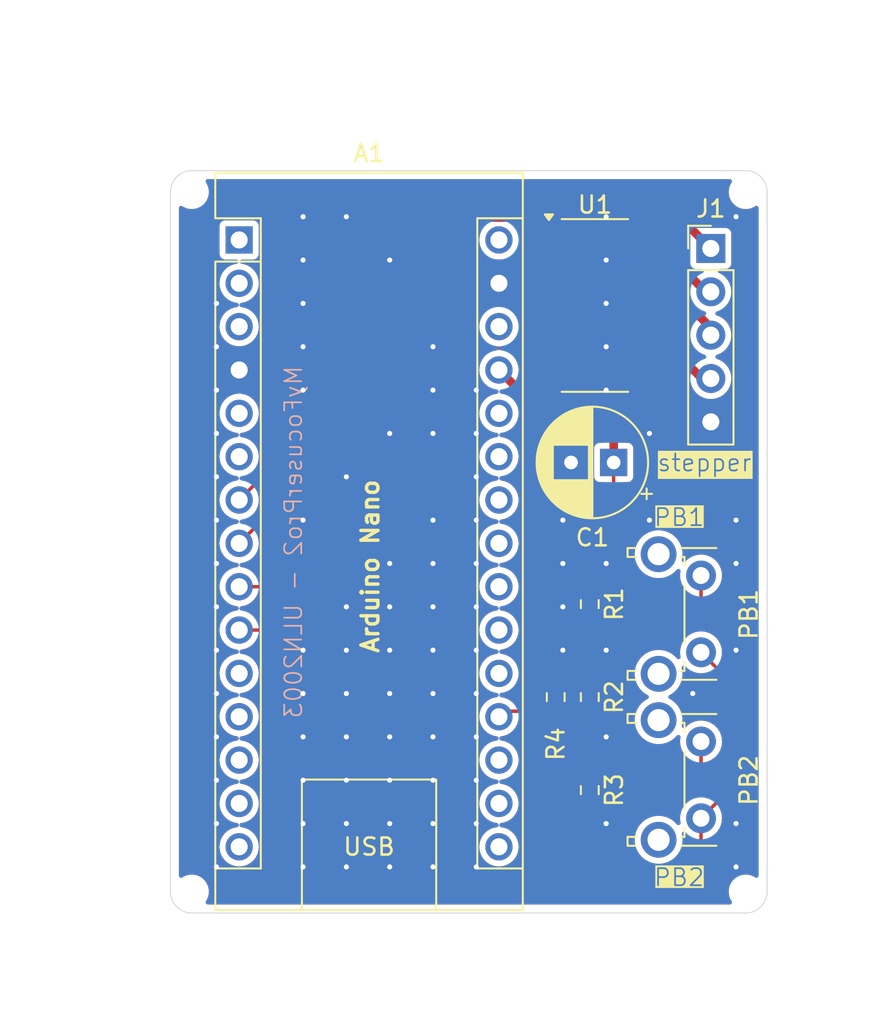
<source format=kicad_pcb>
(kicad_pcb (version 20240108) (generator "pcbnew") (generator_version "8.0")
  (layers (0 "F.Cu" signal) (31 "B.Cu" signal) (34 "B.Paste" user) (35 "F.Paste" user) (36 "B.SilkS" user "B.Silkscreen") (37 "F.SilkS" user "F.Silkscreen") (38 "B.Mask" user) (39 "F.Mask" user) (44 "Edge.Cuts" user))
  (net 0 "")
  (net 6 "+5V")
  (net 7 "Net-(A1-D6)")
  (net 8 "Net-(A1-D5)")
  (net 9 "Net-(A1-A0)")
  (net 13 "Net-(A1-D4)")
  (net 18 "GND")
  (net 29 "Net-(A1-D7)")
  (net 30 "Net-(J1-Pin_1)")
  (net 31 "Net-(J1-Pin_3)")
  (net 32 "Net-(J1-Pin_4)")
  (net 33 "Net-(J1-Pin_2)")
  (net 34 "Net-(PB1-Pad1)")
  (net 35 "Net-(PB2-Pad1)")
  (footprint "Resistor_SMD:R_0603_1608Metric" (layer "F.Cu") (at 134.6 85.4 -90)
    (property "Reference" "R1" (at 0 -1.43 90) (layer "F.SilkS"))
    (property "Value" "1.2K")
    (pad "1" smd roundrect (at -0.825 0 270) (size 0.8 0.95) (layers "F.Cu" "F.Paste" "F.Mask") (net 6 "+5V"))
    (pad "2" smd roundrect (at 0.825 0 270) (size 0.8 0.95) (layers "F.Cu" "F.Paste" "F.Mask") (net 34 "Net-(PB1-Pad1)"))
  )
  (footprint "JLCPCB:MountingHole_1.5mm" (layer "F.Cu") (at 145 103.5)
    (property "Reference" "H4" (hide yes))
    (property "Value" "MountingHole_Pad")
    (pad "" np_thru_hole circle (at -1.25 -1.25) (size 1.5 1.5) (drill 1.5) (layers "*.Cu" "*.Mask" "In1.Cu" "In2.Cu" "In3.Cu" "In4.Cu" "In5.Cu" "In6.Cu" "In7.Cu" "In8.Cu" "In9.Cu" "In10.Cu" "In11.Cu" "In12.Cu" "In13.Cu" "In14.Cu" "In15.Cu" "In16.Cu" "In17.Cu" "In18.Cu" "In19.Cu" "In20.Cu" "In21.Cu" "In22.Cu" "In23.Cu" "In24.Cu" "In25.Cu" "In26.Cu" "In27.Cu" "In28.Cu" "In29.Cu" "In30.Cu"))
  )
  (footprint "Connector_PinHeader_2.54mm:PinHeader_1x05_P2.54mm_Vertical" (layer "F.Cu") (at 141.7 64.56)
    (property "Reference" "J1" (at 0 -2.33 0) (layer "F.SilkS"))
    (property "Value" "Conn_01x05")
    (pad "1" thru_hole rect (at 0 0) (size 1.7 1.7) (drill 1) (layers "*.Cu" "*.Mask" "In1.Cu" "In2.Cu" "In3.Cu" "In4.Cu" "In5.Cu" "In6.Cu" "In7.Cu" "In8.Cu" "In9.Cu" "In10.Cu" "In11.Cu" "In12.Cu" "In13.Cu" "In14.Cu" "In15.Cu" "In16.Cu" "In17.Cu" "In18.Cu" "In19.Cu" "In20.Cu" "In21.Cu" "In22.Cu" "In23.Cu" "In24.Cu" "In25.Cu" "In26.Cu" "In27.Cu" "In28.Cu" "In29.Cu" "In30.Cu") (net 30 "Net-(J1-Pin_1)"))
    (pad "2" thru_hole oval (at 0 2.54) (size 1.7 1.7) (drill 1) (layers "*.Cu" "*.Mask" "In1.Cu" "In2.Cu" "In3.Cu" "In4.Cu" "In5.Cu" "In6.Cu" "In7.Cu" "In8.Cu" "In9.Cu" "In10.Cu" "In11.Cu" "In12.Cu" "In13.Cu" "In14.Cu" "In15.Cu" "In16.Cu" "In17.Cu" "In18.Cu" "In19.Cu" "In20.Cu" "In21.Cu" "In22.Cu" "In23.Cu" "In24.Cu" "In25.Cu" "In26.Cu" "In27.Cu" "In28.Cu" "In29.Cu" "In30.Cu") (net 33 "Net-(J1-Pin_2)"))
    (pad "3" thru_hole oval (at 0 5.08) (size 1.7 1.7) (drill 1) (layers "*.Cu" "*.Mask" "In1.Cu" "In2.Cu" "In3.Cu" "In4.Cu" "In5.Cu" "In6.Cu" "In7.Cu" "In8.Cu" "In9.Cu" "In10.Cu" "In11.Cu" "In12.Cu" "In13.Cu" "In14.Cu" "In15.Cu" "In16.Cu" "In17.Cu" "In18.Cu" "In19.Cu" "In20.Cu" "In21.Cu" "In22.Cu" "In23.Cu" "In24.Cu" "In25.Cu" "In26.Cu" "In27.Cu" "In28.Cu" "In29.Cu" "In30.Cu") (net 31 "Net-(J1-Pin_3)"))
    (pad "4" thru_hole oval (at 0 7.62) (size 1.7 1.7) (drill 1) (layers "*.Cu" "*.Mask" "In1.Cu" "In2.Cu" "In3.Cu" "In4.Cu" "In5.Cu" "In6.Cu" "In7.Cu" "In8.Cu" "In9.Cu" "In10.Cu" "In11.Cu" "In12.Cu" "In13.Cu" "In14.Cu" "In15.Cu" "In16.Cu" "In17.Cu" "In18.Cu" "In19.Cu" "In20.Cu" "In21.Cu" "In22.Cu" "In23.Cu" "In24.Cu" "In25.Cu" "In26.Cu" "In27.Cu" "In28.Cu" "In29.Cu" "In30.Cu") (net 32 "Net-(J1-Pin_4)"))
    (pad "5" thru_hole oval (at 0 10.16) (size 1.7 1.7) (drill 1) (layers "*.Cu" "*.Mask" "In1.Cu" "In2.Cu" "In3.Cu" "In4.Cu" "In5.Cu" "In6.Cu" "In7.Cu" "In8.Cu" "In9.Cu" "In10.Cu" "In11.Cu" "In12.Cu" "In13.Cu" "In14.Cu" "In15.Cu" "In16.Cu" "In17.Cu" "In18.Cu" "In19.Cu" "In20.Cu" "In21.Cu" "In22.Cu" "In23.Cu" "In24.Cu" "In25.Cu" "In26.Cu" "In27.Cu" "In28.Cu" "In29.Cu" "In30.Cu") (net 18 "GND"))
  )
  (footprint "JLCPCB:MountingHole_1.5mm" (layer "F.Cu") (at 143.75 61.25)
    (property "Reference" "H2" (hide yes))
    (property "Value" "MountingHole_Pad")
    (pad "" np_thru_hole circle (at 0 0) (size 1.5 1.5) (drill 1.5) (layers "*.Cu" "*.Mask" "In1.Cu" "In2.Cu" "In3.Cu" "In4.Cu" "In5.Cu" "In6.Cu" "In7.Cu" "In8.Cu" "In9.Cu" "In10.Cu" "In11.Cu" "In12.Cu" "In13.Cu" "In14.Cu" "In15.Cu" "In16.Cu" "In17.Cu" "In18.Cu" "In19.Cu" "In20.Cu" "In21.Cu" "In22.Cu" "In23.Cu" "In24.Cu" "In25.Cu" "In26.Cu" "In27.Cu" "In28.Cu" "In29.Cu" "In30.Cu"))
  )
  (footprint "Button_Switch_THT:SW_Tactile_SPST_Angled_PTS645Vx39-2LFS" (layer "F.Cu") (at 141.125 93.45 -90)
    (property "Reference" "PB2" (at 2.275 -2.8 90) (layer "F.SilkS"))
    (property "Value" "SW_Push")
    (pad "" thru_hole circle (at -1.25 2.489999 270) (size 2.1 2.1) (drill 1.3) (layers "*.Cu" "*.Mask" "In1.Cu" "In2.Cu" "In3.Cu" "In4.Cu" "In5.Cu" "In6.Cu" "In7.Cu" "In8.Cu" "In9.Cu" "In10.Cu" "In11.Cu" "In12.Cu" "In13.Cu" "In14.Cu" "In15.Cu" "In16.Cu" "In17.Cu" "In18.Cu" "In19.Cu" "In20.Cu" "In21.Cu" "In22.Cu" "In23.Cu" "In24.Cu" "In25.Cu" "In26.Cu" "In27.Cu" "In28.Cu" "In29.Cu" "In30.Cu"))
    (pad "" thru_hole circle (at 5.76 2.49 270) (size 2.1 2.1) (drill 1.3) (layers "*.Cu" "*.Mask" "In1.Cu" "In2.Cu" "In3.Cu" "In4.Cu" "In5.Cu" "In6.Cu" "In7.Cu" "In8.Cu" "In9.Cu" "In10.Cu" "In11.Cu" "In12.Cu" "In13.Cu" "In14.Cu" "In15.Cu" "In16.Cu" "In17.Cu" "In18.Cu" "In19.Cu" "In20.Cu" "In21.Cu" "In22.Cu" "In23.Cu" "In24.Cu" "In25.Cu" "In26.Cu" "In27.Cu" "In28.Cu" "In29.Cu" "In30.Cu"))
    (pad "1" thru_hole circle (at 0 0 270) (size 1.75 1.75) (drill 0.99) (layers "*.Cu" "*.Mask" "In1.Cu" "In2.Cu" "In3.Cu" "In4.Cu" "In5.Cu" "In6.Cu" "In7.Cu" "In8.Cu" "In9.Cu" "In10.Cu" "In11.Cu" "In12.Cu" "In13.Cu" "In14.Cu" "In15.Cu" "In16.Cu" "In17.Cu" "In18.Cu" "In19.Cu" "In20.Cu" "In21.Cu" "In22.Cu" "In23.Cu" "In24.Cu" "In25.Cu" "In26.Cu" "In27.Cu" "In28.Cu" "In29.Cu" "In30.Cu") (net 35 "Net-(PB2-Pad1)"))
    (pad "2" thru_hole circle (at 4.500001 0 270) (size 1.75 1.75) (drill 0.99) (layers "*.Cu" "*.Mask" "In1.Cu" "In2.Cu" "In3.Cu" "In4.Cu" "In5.Cu" "In6.Cu" "In7.Cu" "In8.Cu" "In9.Cu" "In10.Cu" "In11.Cu" "In12.Cu" "In13.Cu" "In14.Cu" "In15.Cu" "In16.Cu" "In17.Cu" "In18.Cu" "In19.Cu" "In20.Cu" "In21.Cu" "In22.Cu" "In23.Cu" "In24.Cu" "In25.Cu" "In26.Cu" "In27.Cu" "In28.Cu" "In29.Cu" "In30.Cu") (net 9 "Net-(A1-A0)"))
  )
  (footprint "Module:Arduino_Nano" (layer "F.Cu") (at 114.03 64.06)
    (property "Reference" "A1" (at 7.62 -5.08 0) (layer "F.SilkS"))
    (property "Value" "Arduino_Nano")
    (fp_text user "USB" (at 7.62 35.56 0) (layer "F.SilkS"))
    (pad "1" thru_hole rect (at 0 0) (size 1.6 1.6) (drill 1) (layers "*.Cu" "*.Mask" "In1.Cu" "In2.Cu" "In3.Cu" "In4.Cu" "In5.Cu" "In6.Cu" "In7.Cu" "In8.Cu" "In9.Cu" "In10.Cu" "In11.Cu" "In12.Cu" "In13.Cu" "In14.Cu" "In15.Cu" "In16.Cu" "In17.Cu" "In18.Cu" "In19.Cu" "In20.Cu" "In21.Cu" "In22.Cu" "In23.Cu" "In24.Cu" "In25.Cu" "In26.Cu" "In27.Cu" "In28.Cu" "In29.Cu" "In30.Cu"))
    (pad "2" thru_hole oval (at 0 2.54) (size 1.6 1.6) (drill 1) (layers "*.Cu" "*.Mask" "In1.Cu" "In2.Cu" "In3.Cu" "In4.Cu" "In5.Cu" "In6.Cu" "In7.Cu" "In8.Cu" "In9.Cu" "In10.Cu" "In11.Cu" "In12.Cu" "In13.Cu" "In14.Cu" "In15.Cu" "In16.Cu" "In17.Cu" "In18.Cu" "In19.Cu" "In20.Cu" "In21.Cu" "In22.Cu" "In23.Cu" "In24.Cu" "In25.Cu" "In26.Cu" "In27.Cu" "In28.Cu" "In29.Cu" "In30.Cu"))
    (pad "3" thru_hole oval (at 0 5.08) (size 1.6 1.6) (drill 1) (layers "*.Cu" "*.Mask" "In1.Cu" "In2.Cu" "In3.Cu" "In4.Cu" "In5.Cu" "In6.Cu" "In7.Cu" "In8.Cu" "In9.Cu" "In10.Cu" "In11.Cu" "In12.Cu" "In13.Cu" "In14.Cu" "In15.Cu" "In16.Cu" "In17.Cu" "In18.Cu" "In19.Cu" "In20.Cu" "In21.Cu" "In22.Cu" "In23.Cu" "In24.Cu" "In25.Cu" "In26.Cu" "In27.Cu" "In28.Cu" "In29.Cu" "In30.Cu"))
    (pad "4" thru_hole oval (at 0 7.62) (size 1.6 1.6) (drill 1) (layers "*.Cu" "*.Mask" "In1.Cu" "In2.Cu" "In3.Cu" "In4.Cu" "In5.Cu" "In6.Cu" "In7.Cu" "In8.Cu" "In9.Cu" "In10.Cu" "In11.Cu" "In12.Cu" "In13.Cu" "In14.Cu" "In15.Cu" "In16.Cu" "In17.Cu" "In18.Cu" "In19.Cu" "In20.Cu" "In21.Cu" "In22.Cu" "In23.Cu" "In24.Cu" "In25.Cu" "In26.Cu" "In27.Cu" "In28.Cu" "In29.Cu" "In30.Cu") (net 18 "GND"))
    (pad "5" thru_hole oval (at 0 10.16) (size 1.6 1.6) (drill 1) (layers "*.Cu" "*.Mask" "In1.Cu" "In2.Cu" "In3.Cu" "In4.Cu" "In5.Cu" "In6.Cu" "In7.Cu" "In8.Cu" "In9.Cu" "In10.Cu" "In11.Cu" "In12.Cu" "In13.Cu" "In14.Cu" "In15.Cu" "In16.Cu" "In17.Cu" "In18.Cu" "In19.Cu" "In20.Cu" "In21.Cu" "In22.Cu" "In23.Cu" "In24.Cu" "In25.Cu" "In26.Cu" "In27.Cu" "In28.Cu" "In29.Cu" "In30.Cu"))
    (pad "6" thru_hole oval (at 0 12.7) (size 1.6 1.6) (drill 1) (layers "*.Cu" "*.Mask" "In1.Cu" "In2.Cu" "In3.Cu" "In4.Cu" "In5.Cu" "In6.Cu" "In7.Cu" "In8.Cu" "In9.Cu" "In10.Cu" "In11.Cu" "In12.Cu" "In13.Cu" "In14.Cu" "In15.Cu" "In16.Cu" "In17.Cu" "In18.Cu" "In19.Cu" "In20.Cu" "In21.Cu" "In22.Cu" "In23.Cu" "In24.Cu" "In25.Cu" "In26.Cu" "In27.Cu" "In28.Cu" "In29.Cu" "In30.Cu"))
    (pad "7" thru_hole oval (at 0 15.24) (size 1.6 1.6) (drill 1) (layers "*.Cu" "*.Mask" "In1.Cu" "In2.Cu" "In3.Cu" "In4.Cu" "In5.Cu" "In6.Cu" "In7.Cu" "In8.Cu" "In9.Cu" "In10.Cu" "In11.Cu" "In12.Cu" "In13.Cu" "In14.Cu" "In15.Cu" "In16.Cu" "In17.Cu" "In18.Cu" "In19.Cu" "In20.Cu" "In21.Cu" "In22.Cu" "In23.Cu" "In24.Cu" "In25.Cu" "In26.Cu" "In27.Cu" "In28.Cu" "In29.Cu" "In30.Cu") (net 13 "Net-(A1-D4)"))
    (pad "8" thru_hole oval (at 0 17.78) (size 1.6 1.6) (drill 1) (layers "*.Cu" "*.Mask" "In1.Cu" "In2.Cu" "In3.Cu" "In4.Cu" "In5.Cu" "In6.Cu" "In7.Cu" "In8.Cu" "In9.Cu" "In10.Cu" "In11.Cu" "In12.Cu" "In13.Cu" "In14.Cu" "In15.Cu" "In16.Cu" "In17.Cu" "In18.Cu" "In19.Cu" "In20.Cu" "In21.Cu" "In22.Cu" "In23.Cu" "In24.Cu" "In25.Cu" "In26.Cu" "In27.Cu" "In28.Cu" "In29.Cu" "In30.Cu") (net 8 "Net-(A1-D5)"))
    (pad "9" thru_hole oval (at 0 20.32) (size 1.6 1.6) (drill 1) (layers "*.Cu" "*.Mask" "In1.Cu" "In2.Cu" "In3.Cu" "In4.Cu" "In5.Cu" "In6.Cu" "In7.Cu" "In8.Cu" "In9.Cu" "In10.Cu" "In11.Cu" "In12.Cu" "In13.Cu" "In14.Cu" "In15.Cu" "In16.Cu" "In17.Cu" "In18.Cu" "In19.Cu" "In20.Cu" "In21.Cu" "In22.Cu" "In23.Cu" "In24.Cu" "In25.Cu" "In26.Cu" "In27.Cu" "In28.Cu" "In29.Cu" "In30.Cu") (net 7 "Net-(A1-D6)"))
    (pad "10" thru_hole oval (at 0 22.86) (size 1.6 1.6) (drill 1) (layers "*.Cu" "*.Mask" "In1.Cu" "In2.Cu" "In3.Cu" "In4.Cu" "In5.Cu" "In6.Cu" "In7.Cu" "In8.Cu" "In9.Cu" "In10.Cu" "In11.Cu" "In12.Cu" "In13.Cu" "In14.Cu" "In15.Cu" "In16.Cu" "In17.Cu" "In18.Cu" "In19.Cu" "In20.Cu" "In21.Cu" "In22.Cu" "In23.Cu" "In24.Cu" "In25.Cu" "In26.Cu" "In27.Cu" "In28.Cu" "In29.Cu" "In30.Cu") (net 29 "Net-(A1-D7)"))
    (pad "11" thru_hole oval (at 0 25.4) (size 1.6 1.6) (drill 1) (layers "*.Cu" "*.Mask" "In1.Cu" "In2.Cu" "In3.Cu" "In4.Cu" "In5.Cu" "In6.Cu" "In7.Cu" "In8.Cu" "In9.Cu" "In10.Cu" "In11.Cu" "In12.Cu" "In13.Cu" "In14.Cu" "In15.Cu" "In16.Cu" "In17.Cu" "In18.Cu" "In19.Cu" "In20.Cu" "In21.Cu" "In22.Cu" "In23.Cu" "In24.Cu" "In25.Cu" "In26.Cu" "In27.Cu" "In28.Cu" "In29.Cu" "In30.Cu"))
    (pad "12" thru_hole oval (at 0 27.94) (size 1.6 1.6) (drill 1) (layers "*.Cu" "*.Mask" "In1.Cu" "In2.Cu" "In3.Cu" "In4.Cu" "In5.Cu" "In6.Cu" "In7.Cu" "In8.Cu" "In9.Cu" "In10.Cu" "In11.Cu" "In12.Cu" "In13.Cu" "In14.Cu" "In15.Cu" "In16.Cu" "In17.Cu" "In18.Cu" "In19.Cu" "In20.Cu" "In21.Cu" "In22.Cu" "In23.Cu" "In24.Cu" "In25.Cu" "In26.Cu" "In27.Cu" "In28.Cu" "In29.Cu" "In30.Cu"))
    (pad "13" thru_hole oval (at 0 30.48) (size 1.6 1.6) (drill 1) (layers "*.Cu" "*.Mask" "In1.Cu" "In2.Cu" "In3.Cu" "In4.Cu" "In5.Cu" "In6.Cu" "In7.Cu" "In8.Cu" "In9.Cu" "In10.Cu" "In11.Cu" "In12.Cu" "In13.Cu" "In14.Cu" "In15.Cu" "In16.Cu" "In17.Cu" "In18.Cu" "In19.Cu" "In20.Cu" "In21.Cu" "In22.Cu" "In23.Cu" "In24.Cu" "In25.Cu" "In26.Cu" "In27.Cu" "In28.Cu" "In29.Cu" "In30.Cu"))
    (pad "14" thru_hole oval (at 0 33.02) (size 1.6 1.6) (drill 1) (layers "*.Cu" "*.Mask" "In1.Cu" "In2.Cu" "In3.Cu" "In4.Cu" "In5.Cu" "In6.Cu" "In7.Cu" "In8.Cu" "In9.Cu" "In10.Cu" "In11.Cu" "In12.Cu" "In13.Cu" "In14.Cu" "In15.Cu" "In16.Cu" "In17.Cu" "In18.Cu" "In19.Cu" "In20.Cu" "In21.Cu" "In22.Cu" "In23.Cu" "In24.Cu" "In25.Cu" "In26.Cu" "In27.Cu" "In28.Cu" "In29.Cu" "In30.Cu"))
    (pad "15" thru_hole oval (at 0 35.56) (size 1.6 1.6) (drill 1) (layers "*.Cu" "*.Mask" "In1.Cu" "In2.Cu" "In3.Cu" "In4.Cu" "In5.Cu" "In6.Cu" "In7.Cu" "In8.Cu" "In9.Cu" "In10.Cu" "In11.Cu" "In12.Cu" "In13.Cu" "In14.Cu" "In15.Cu" "In16.Cu" "In17.Cu" "In18.Cu" "In19.Cu" "In20.Cu" "In21.Cu" "In22.Cu" "In23.Cu" "In24.Cu" "In25.Cu" "In26.Cu" "In27.Cu" "In28.Cu" "In29.Cu" "In30.Cu"))
    (pad "16" thru_hole oval (at 15.24 35.56) (size 1.6 1.6) (drill 1) (layers "*.Cu" "*.Mask" "In1.Cu" "In2.Cu" "In3.Cu" "In4.Cu" "In5.Cu" "In6.Cu" "In7.Cu" "In8.Cu" "In9.Cu" "In10.Cu" "In11.Cu" "In12.Cu" "In13.Cu" "In14.Cu" "In15.Cu" "In16.Cu" "In17.Cu" "In18.Cu" "In19.Cu" "In20.Cu" "In21.Cu" "In22.Cu" "In23.Cu" "In24.Cu" "In25.Cu" "In26.Cu" "In27.Cu" "In28.Cu" "In29.Cu" "In30.Cu"))
    (pad "17" thru_hole oval (at 15.24 33.02) (size 1.6 1.6) (drill 1) (layers "*.Cu" "*.Mask" "In1.Cu" "In2.Cu" "In3.Cu" "In4.Cu" "In5.Cu" "In6.Cu" "In7.Cu" "In8.Cu" "In9.Cu" "In10.Cu" "In11.Cu" "In12.Cu" "In13.Cu" "In14.Cu" "In15.Cu" "In16.Cu" "In17.Cu" "In18.Cu" "In19.Cu" "In20.Cu" "In21.Cu" "In22.Cu" "In23.Cu" "In24.Cu" "In25.Cu" "In26.Cu" "In27.Cu" "In28.Cu" "In29.Cu" "In30.Cu"))
    (pad "18" thru_hole oval (at 15.24 30.48) (size 1.6 1.6) (drill 1) (layers "*.Cu" "*.Mask" "In1.Cu" "In2.Cu" "In3.Cu" "In4.Cu" "In5.Cu" "In6.Cu" "In7.Cu" "In8.Cu" "In9.Cu" "In10.Cu" "In11.Cu" "In12.Cu" "In13.Cu" "In14.Cu" "In15.Cu" "In16.Cu" "In17.Cu" "In18.Cu" "In19.Cu" "In20.Cu" "In21.Cu" "In22.Cu" "In23.Cu" "In24.Cu" "In25.Cu" "In26.Cu" "In27.Cu" "In28.Cu" "In29.Cu" "In30.Cu"))
    (pad "19" thru_hole oval (at 15.24 27.94) (size 1.6 1.6) (drill 1) (layers "*.Cu" "*.Mask" "In1.Cu" "In2.Cu" "In3.Cu" "In4.Cu" "In5.Cu" "In6.Cu" "In7.Cu" "In8.Cu" "In9.Cu" "In10.Cu" "In11.Cu" "In12.Cu" "In13.Cu" "In14.Cu" "In15.Cu" "In16.Cu" "In17.Cu" "In18.Cu" "In19.Cu" "In20.Cu" "In21.Cu" "In22.Cu" "In23.Cu" "In24.Cu" "In25.Cu" "In26.Cu" "In27.Cu" "In28.Cu" "In29.Cu" "In30.Cu") (net 9 "Net-(A1-A0)"))
    (pad "20" thru_hole oval (at 15.24 25.4) (size 1.6 1.6) (drill 1) (layers "*.Cu" "*.Mask" "In1.Cu" "In2.Cu" "In3.Cu" "In4.Cu" "In5.Cu" "In6.Cu" "In7.Cu" "In8.Cu" "In9.Cu" "In10.Cu" "In11.Cu" "In12.Cu" "In13.Cu" "In14.Cu" "In15.Cu" "In16.Cu" "In17.Cu" "In18.Cu" "In19.Cu" "In20.Cu" "In21.Cu" "In22.Cu" "In23.Cu" "In24.Cu" "In25.Cu" "In26.Cu" "In27.Cu" "In28.Cu" "In29.Cu" "In30.Cu"))
    (pad "21" thru_hole oval (at 15.24 22.86) (size 1.6 1.6) (drill 1) (layers "*.Cu" "*.Mask" "In1.Cu" "In2.Cu" "In3.Cu" "In4.Cu" "In5.Cu" "In6.Cu" "In7.Cu" "In8.Cu" "In9.Cu" "In10.Cu" "In11.Cu" "In12.Cu" "In13.Cu" "In14.Cu" "In15.Cu" "In16.Cu" "In17.Cu" "In18.Cu" "In19.Cu" "In20.Cu" "In21.Cu" "In22.Cu" "In23.Cu" "In24.Cu" "In25.Cu" "In26.Cu" "In27.Cu" "In28.Cu" "In29.Cu" "In30.Cu"))
    (pad "22" thru_hole oval (at 15.24 20.32) (size 1.6 1.6) (drill 1) (layers "*.Cu" "*.Mask" "In1.Cu" "In2.Cu" "In3.Cu" "In4.Cu" "In5.Cu" "In6.Cu" "In7.Cu" "In8.Cu" "In9.Cu" "In10.Cu" "In11.Cu" "In12.Cu" "In13.Cu" "In14.Cu" "In15.Cu" "In16.Cu" "In17.Cu" "In18.Cu" "In19.Cu" "In20.Cu" "In21.Cu" "In22.Cu" "In23.Cu" "In24.Cu" "In25.Cu" "In26.Cu" "In27.Cu" "In28.Cu" "In29.Cu" "In30.Cu"))
    (pad "23" thru_hole oval (at 15.24 17.78) (size 1.6 1.6) (drill 1) (layers "*.Cu" "*.Mask" "In1.Cu" "In2.Cu" "In3.Cu" "In4.Cu" "In5.Cu" "In6.Cu" "In7.Cu" "In8.Cu" "In9.Cu" "In10.Cu" "In11.Cu" "In12.Cu" "In13.Cu" "In14.Cu" "In15.Cu" "In16.Cu" "In17.Cu" "In18.Cu" "In19.Cu" "In20.Cu" "In21.Cu" "In22.Cu" "In23.Cu" "In24.Cu" "In25.Cu" "In26.Cu" "In27.Cu" "In28.Cu" "In29.Cu" "In30.Cu"))
    (pad "24" thru_hole oval (at 15.24 15.24) (size 1.6 1.6) (drill 1) (layers "*.Cu" "*.Mask" "In1.Cu" "In2.Cu" "In3.Cu" "In4.Cu" "In5.Cu" "In6.Cu" "In7.Cu" "In8.Cu" "In9.Cu" "In10.Cu" "In11.Cu" "In12.Cu" "In13.Cu" "In14.Cu" "In15.Cu" "In16.Cu" "In17.Cu" "In18.Cu" "In19.Cu" "In20.Cu" "In21.Cu" "In22.Cu" "In23.Cu" "In24.Cu" "In25.Cu" "In26.Cu" "In27.Cu" "In28.Cu" "In29.Cu" "In30.Cu"))
    (pad "25" thru_hole oval (at 15.24 12.7) (size 1.6 1.6) (drill 1) (layers "*.Cu" "*.Mask" "In1.Cu" "In2.Cu" "In3.Cu" "In4.Cu" "In5.Cu" "In6.Cu" "In7.Cu" "In8.Cu" "In9.Cu" "In10.Cu" "In11.Cu" "In12.Cu" "In13.Cu" "In14.Cu" "In15.Cu" "In16.Cu" "In17.Cu" "In18.Cu" "In19.Cu" "In20.Cu" "In21.Cu" "In22.Cu" "In23.Cu" "In24.Cu" "In25.Cu" "In26.Cu" "In27.Cu" "In28.Cu" "In29.Cu" "In30.Cu"))
    (pad "26" thru_hole oval (at 15.24 10.16) (size 1.6 1.6) (drill 1) (layers "*.Cu" "*.Mask" "In1.Cu" "In2.Cu" "In3.Cu" "In4.Cu" "In5.Cu" "In6.Cu" "In7.Cu" "In8.Cu" "In9.Cu" "In10.Cu" "In11.Cu" "In12.Cu" "In13.Cu" "In14.Cu" "In15.Cu" "In16.Cu" "In17.Cu" "In18.Cu" "In19.Cu" "In20.Cu" "In21.Cu" "In22.Cu" "In23.Cu" "In24.Cu" "In25.Cu" "In26.Cu" "In27.Cu" "In28.Cu" "In29.Cu" "In30.Cu"))
    (pad "27" thru_hole oval (at 15.24 7.62) (size 1.6 1.6) (drill 1) (layers "*.Cu" "*.Mask" "In1.Cu" "In2.Cu" "In3.Cu" "In4.Cu" "In5.Cu" "In6.Cu" "In7.Cu" "In8.Cu" "In9.Cu" "In10.Cu" "In11.Cu" "In12.Cu" "In13.Cu" "In14.Cu" "In15.Cu" "In16.Cu" "In17.Cu" "In18.Cu" "In19.Cu" "In20.Cu" "In21.Cu" "In22.Cu" "In23.Cu" "In24.Cu" "In25.Cu" "In26.Cu" "In27.Cu" "In28.Cu" "In29.Cu" "In30.Cu") (net 6 "+5V"))
    (pad "28" thru_hole oval (at 15.24 5.08) (size 1.6 1.6) (drill 1) (layers "*.Cu" "*.Mask" "In1.Cu" "In2.Cu" "In3.Cu" "In4.Cu" "In5.Cu" "In6.Cu" "In7.Cu" "In8.Cu" "In9.Cu" "In10.Cu" "In11.Cu" "In12.Cu" "In13.Cu" "In14.Cu" "In15.Cu" "In16.Cu" "In17.Cu" "In18.Cu" "In19.Cu" "In20.Cu" "In21.Cu" "In22.Cu" "In23.Cu" "In24.Cu" "In25.Cu" "In26.Cu" "In27.Cu" "In28.Cu" "In29.Cu" "In30.Cu"))
    (pad "29" thru_hole oval (at 15.24 2.54) (size 1.6 1.6) (drill 1) (layers "*.Cu" "*.Mask" "In1.Cu" "In2.Cu" "In3.Cu" "In4.Cu" "In5.Cu" "In6.Cu" "In7.Cu" "In8.Cu" "In9.Cu" "In10.Cu" "In11.Cu" "In12.Cu" "In13.Cu" "In14.Cu" "In15.Cu" "In16.Cu" "In17.Cu" "In18.Cu" "In19.Cu" "In20.Cu" "In21.Cu" "In22.Cu" "In23.Cu" "In24.Cu" "In25.Cu" "In26.Cu" "In27.Cu" "In28.Cu" "In29.Cu" "In30.Cu") (net 18 "GND"))
    (pad "30" thru_hole oval (at 15.24 0) (size 1.6 1.6) (drill 1) (layers "*.Cu" "*.Mask" "In1.Cu" "In2.Cu" "In3.Cu" "In4.Cu" "In5.Cu" "In6.Cu" "In7.Cu" "In8.Cu" "In9.Cu" "In10.Cu" "In11.Cu" "In12.Cu" "In13.Cu" "In14.Cu" "In15.Cu" "In16.Cu" "In17.Cu" "In18.Cu" "In19.Cu" "In20.Cu" "In21.Cu" "In22.Cu" "In23.Cu" "In24.Cu" "In25.Cu" "In26.Cu" "In27.Cu" "In28.Cu" "In29.Cu" "In30.Cu"))
  )
  (footprint "Resistor_SMD:R_0603_1608Metric" (layer "F.Cu") (at 134.6 96.3 -90)
    (property "Reference" "R3" (at 0 -1.43 90) (layer "F.SilkS"))
    (property "Value" "1.2K")
    (pad "1" smd roundrect (at -0.825 0 270) (size 0.8 0.95) (layers "F.Cu" "F.Paste" "F.Mask") (net 35 "Net-(PB2-Pad1)"))
    (pad "2" smd roundrect (at 0.825 0 270) (size 0.8 0.95) (layers "F.Cu" "F.Paste" "F.Mask") (net 18 "GND"))
  )
  (footprint "Resistor_SMD:R_0603_1608Metric" (layer "F.Cu") (at 134.6 90.85 -90)
    (property "Reference" "R2" (at 0 -1.43 90) (layer "F.SilkS"))
    (property "Value" "1.2K")
    (pad "1" smd roundrect (at -0.825 0 270) (size 0.8 0.95) (layers "F.Cu" "F.Paste" "F.Mask") (net 34 "Net-(PB1-Pad1)"))
    (pad "2" smd roundrect (at 0.825 0 270) (size 0.8 0.95) (layers "F.Cu" "F.Paste" "F.Mask") (net 35 "Net-(PB2-Pad1)"))
  )
  (footprint "Resistor_SMD:R_0603_1608Metric" (layer "F.Cu") (at 132.6 90.85 90)
    (property "Reference" "R4" (at -2.75 0 90) (layer "F.SilkS"))
    (property "Value" "1M")
    (pad "1" smd roundrect (at -0.825 0 90) (size 0.8 0.95) (layers "F.Cu" "F.Paste" "F.Mask") (net 9 "Net-(A1-A0)"))
    (pad "2" smd roundrect (at 0.825 0 90) (size 0.8 0.95) (layers "F.Cu" "F.Paste" "F.Mask") (net 18 "GND"))
  )
  (footprint "Package_SO:SOIC-16_3.9x9.9mm_P1.27mm" (layer "F.Cu") (at 134.9 67.9)
    (property "Reference" "U1" (at 0 -5.9 0) (layer "F.SilkS"))
    (property "Value" "ULN2003A")
    (pad "1" smd roundrect (at -2.475 -4.445) (size 1.95 0.6) (layers "F.Cu" "F.Paste" "F.Mask") (net 13 "Net-(A1-D4)"))
    (pad "2" smd roundrect (at -2.475 -3.175) (size 1.95 0.6) (layers "F.Cu" "F.Paste" "F.Mask") (net 8 "Net-(A1-D5)"))
    (pad "3" smd roundrect (at -2.475 -1.905) (size 1.95 0.6) (layers "F.Cu" "F.Paste" "F.Mask") (net 7 "Net-(A1-D6)"))
    (pad "4" smd roundrect (at -2.475 -0.635) (size 1.95 0.6) (layers "F.Cu" "F.Paste" "F.Mask") (net 29 "Net-(A1-D7)"))
    (pad "5" smd roundrect (at -2.475 0.635) (size 1.95 0.6) (layers "F.Cu" "F.Paste" "F.Mask"))
    (pad "6" smd roundrect (at -2.475 1.905) (size 1.95 0.6) (layers "F.Cu" "F.Paste" "F.Mask"))
    (pad "7" smd roundrect (at -2.475 3.175) (size 1.95 0.6) (layers "F.Cu" "F.Paste" "F.Mask"))
    (pad "8" smd roundrect (at -2.475 4.445) (size 1.95 0.6) (layers "F.Cu" "F.Paste" "F.Mask") (net 18 "GND"))
    (pad "9" smd roundrect (at 2.475 4.445) (size 1.95 0.6) (layers "F.Cu" "F.Paste" "F.Mask") (net 6 "+5V"))
    (pad "10" smd roundrect (at 2.475 3.175) (size 1.95 0.6) (layers "F.Cu" "F.Paste" "F.Mask"))
    (pad "11" smd roundrect (at 2.475 1.905) (size 1.95 0.6) (layers "F.Cu" "F.Paste" "F.Mask"))
    (pad "12" smd roundrect (at 2.475 0.635) (size 1.95 0.6) (layers "F.Cu" "F.Paste" "F.Mask"))
    (pad "13" smd roundrect (at 2.475 -0.635) (size 1.95 0.6) (layers "F.Cu" "F.Paste" "F.Mask") (net 32 "Net-(J1-Pin_4)"))
    (pad "14" smd roundrect (at 2.475 -1.905) (size 1.95 0.6) (layers "F.Cu" "F.Paste" "F.Mask") (net 31 "Net-(J1-Pin_3)"))
    (pad "15" smd roundrect (at 2.475 -3.175) (size 1.95 0.6) (layers "F.Cu" "F.Paste" "F.Mask") (net 33 "Net-(J1-Pin_2)"))
    (pad "16" smd roundrect (at 2.475 -4.445) (size 1.95 0.6) (layers "F.Cu" "F.Paste" "F.Mask") (net 30 "Net-(J1-Pin_1)"))
  )
  (footprint "JLCPCB:MountingHole_1.5mm" (layer "F.Cu") (at 110 103.5)
    (property "Reference" "H3" (hide yes))
    (property "Value" "MountingHole_Pad")
    (pad "" np_thru_hole circle (at 1.25 -1.25) (size 1.5 1.5) (drill 1.5) (layers "*.Cu" "*.Mask" "In1.Cu" "In2.Cu" "In3.Cu" "In4.Cu" "In5.Cu" "In6.Cu" "In7.Cu" "In8.Cu" "In9.Cu" "In10.Cu" "In11.Cu" "In12.Cu" "In13.Cu" "In14.Cu" "In15.Cu" "In16.Cu" "In17.Cu" "In18.Cu" "In19.Cu" "In20.Cu" "In21.Cu" "In22.Cu" "In23.Cu" "In24.Cu" "In25.Cu" "In26.Cu" "In27.Cu" "In28.Cu" "In29.Cu" "In30.Cu"))
  )
  (footprint "JLCPCB:MountingHole_1.5mm" (layer "F.Cu") (at 110 60)
    (property "Reference" "H1" (hide yes))
    (property "Value" "MountingHole_Pad")
    (pad "" np_thru_hole circle (at 1.25 1.25) (size 1.5 1.5) (drill 1.5) (layers "*.Cu" "*.Mask" "In1.Cu" "In2.Cu" "In3.Cu" "In4.Cu" "In5.Cu" "In6.Cu" "In7.Cu" "In8.Cu" "In9.Cu" "In10.Cu" "In11.Cu" "In12.Cu" "In13.Cu" "In14.Cu" "In15.Cu" "In16.Cu" "In17.Cu" "In18.Cu" "In19.Cu" "In20.Cu" "In21.Cu" "In22.Cu" "In23.Cu" "In24.Cu" "In25.Cu" "In26.Cu" "In27.Cu" "In28.Cu" "In29.Cu" "In30.Cu"))
  )
  (footprint "Button_Switch_THT:SW_Tactile_SPST_Angled_PTS645Vx39-2LFS" (layer "F.Cu") (at 141.125 83.725 -90)
    (property "Reference" "PB1" (at 2.275 -2.8 90) (layer "F.SilkS"))
    (property "Value" "SW_Push")
    (pad "" thru_hole circle (at -1.25 2.489999 270) (size 2.1 2.1) (drill 1.3) (layers "*.Cu" "*.Mask" "In1.Cu" "In2.Cu" "In3.Cu" "In4.Cu" "In5.Cu" "In6.Cu" "In7.Cu" "In8.Cu" "In9.Cu" "In10.Cu" "In11.Cu" "In12.Cu" "In13.Cu" "In14.Cu" "In15.Cu" "In16.Cu" "In17.Cu" "In18.Cu" "In19.Cu" "In20.Cu" "In21.Cu" "In22.Cu" "In23.Cu" "In24.Cu" "In25.Cu" "In26.Cu" "In27.Cu" "In28.Cu" "In29.Cu" "In30.Cu"))
    (pad "" thru_hole circle (at 5.76 2.49 270) (size 2.1 2.1) (drill 1.3) (layers "*.Cu" "*.Mask" "In1.Cu" "In2.Cu" "In3.Cu" "In4.Cu" "In5.Cu" "In6.Cu" "In7.Cu" "In8.Cu" "In9.Cu" "In10.Cu" "In11.Cu" "In12.Cu" "In13.Cu" "In14.Cu" "In15.Cu" "In16.Cu" "In17.Cu" "In18.Cu" "In19.Cu" "In20.Cu" "In21.Cu" "In22.Cu" "In23.Cu" "In24.Cu" "In25.Cu" "In26.Cu" "In27.Cu" "In28.Cu" "In29.Cu" "In30.Cu"))
    (pad "1" thru_hole circle (at 0 0 270) (size 1.75 1.75) (drill 0.99) (layers "*.Cu" "*.Mask" "In1.Cu" "In2.Cu" "In3.Cu" "In4.Cu" "In5.Cu" "In6.Cu" "In7.Cu" "In8.Cu" "In9.Cu" "In10.Cu" "In11.Cu" "In12.Cu" "In13.Cu" "In14.Cu" "In15.Cu" "In16.Cu" "In17.Cu" "In18.Cu" "In19.Cu" "In20.Cu" "In21.Cu" "In22.Cu" "In23.Cu" "In24.Cu" "In25.Cu" "In26.Cu" "In27.Cu" "In28.Cu" "In29.Cu" "In30.Cu") (net 34 "Net-(PB1-Pad1)"))
    (pad "2" thru_hole circle (at 4.500001 0 270) (size 1.75 1.75) (drill 0.99) (layers "*.Cu" "*.Mask" "In1.Cu" "In2.Cu" "In3.Cu" "In4.Cu" "In5.Cu" "In6.Cu" "In7.Cu" "In8.Cu" "In9.Cu" "In10.Cu" "In11.Cu" "In12.Cu" "In13.Cu" "In14.Cu" "In15.Cu" "In16.Cu" "In17.Cu" "In18.Cu" "In19.Cu" "In20.Cu" "In21.Cu" "In22.Cu" "In23.Cu" "In24.Cu" "In25.Cu" "In26.Cu" "In27.Cu" "In28.Cu" "In29.Cu" "In30.Cu") (net 9 "Net-(A1-A0)"))
  )
  (footprint "Capacitor_THT:CP_Radial_D6.3mm_P2.50mm" (layer "F.Cu") (at 136 77.1 180)
    (property "Reference" "C1" (at 1.25 -4.4 0) (layer "F.SilkS"))
    (property "Value" "100 uF")
    (pad "1" thru_hole rect (at 0 0 180) (size 1.6 1.6) (drill 0.8) (layers "*.Cu" "*.Mask" "In1.Cu" "In2.Cu" "In3.Cu" "In4.Cu" "In5.Cu" "In6.Cu" "In7.Cu" "In8.Cu" "In9.Cu" "In10.Cu" "In11.Cu" "In12.Cu" "In13.Cu" "In14.Cu" "In15.Cu" "In16.Cu" "In17.Cu" "In18.Cu" "In19.Cu" "In20.Cu" "In21.Cu" "In22.Cu" "In23.Cu" "In24.Cu" "In25.Cu" "In26.Cu" "In27.Cu" "In28.Cu" "In29.Cu" "In30.Cu") (net 6 "+5V"))
    (pad "2" thru_hole circle (at 2.5 0 180) (size 1.6 1.6) (drill 0.8) (layers "*.Cu" "*.Mask" "In1.Cu" "In2.Cu" "In3.Cu" "In4.Cu" "In5.Cu" "In6.Cu" "In7.Cu" "In8.Cu" "In9.Cu" "In10.Cu" "In11.Cu" "In12.Cu" "In13.Cu" "In14.Cu" "In15.Cu" "In16.Cu" "In17.Cu" "In18.Cu" "In19.Cu" "In20.Cu" "In21.Cu" "In22.Cu" "In23.Cu" "In24.Cu" "In25.Cu" "In26.Cu" "In27.Cu" "In28.Cu" "In29.Cu" "In30.Cu") (net 18 "GND"))
  )
  (gr_arc (start 110 61.25) (mid 110.366117 60.366117) (end 111.25 60) (stroke (width 0.05)) (layer "Edge.Cuts"))
  (gr_line (start 143.75 60) (end 111.25 60) (stroke (width 0.05)) (layer "Edge.Cuts"))
  (gr_arc (start 145 102.25) (mid 144.633883 103.133883) (end 143.75 103.5) (stroke (width 0.05)) (layer "Edge.Cuts"))
  (gr_arc (start 143.75 60) (mid 144.633883 60.366117) (end 145 61.25) (stroke (width 0.05)) (layer "Edge.Cuts"))
  (gr_arc (start 111.25 103.5) (mid 110.366117 103.133883) (end 110 102.25) (stroke (width 0.05)) (layer "Edge.Cuts"))
  (gr_line (start 145 102.25) (end 145 61.25) (stroke (width 0.05)) (layer "Edge.Cuts"))
  (gr_line (start 110 61.25) (end 110 102.25) (stroke (width 0.05)) (layer "Edge.Cuts"))
  (gr_line (start 111.25 103.5) (end 143.75 103.5) (stroke (width 0.05)) (layer "Edge.Cuts"))
  (gr_text "MyFocuserPro2 - ULN2003" (at 117.8 71.366666 90) (layer "B.SilkS") (effects (font (size 1 1) (thickness 0.1)) (justify left bottom mirror)))
  (gr_text "PB2" (at 138.3 102 0) (layer "F.SilkS" knockout) (effects (font (size 1 1) (thickness 0.1)) (justify left bottom)))
  (gr_text "stepper" (at 138.5 77.7 0) (layer "F.SilkS" knockout) (effects (font (size 1 1) (thickness 0.1)) (justify left bottom)))
  (gr_text "Arduino Nano" (at 122.304 88.35762 90) (layer "F.SilkS") (effects (font (size 1 1) (thickness 0.2) (bold yes)) (justify left bottom)))
  (gr_text "PB1" (at 138.3 80.9 0) (layer "F.SilkS" knockout) (effects (font (size 1 1) (thickness 0.1)) (justify left bottom)))
  (segment (start 130.685 73.095) (end 130.695 73.095) (width 0.5) (layer "F.Cu") (net 6))
  (segment (start 136 77.1) (end 136 74.7) (width 0.5) (layer "F.Cu") (net 6))
  (segment (start 136 74.7) (end 136.3 74.4) (width 0.5) (layer "F.Cu") (net 6))
  (segment (start 136.3 74.4) (end 136.95 74.4) (width 0.5) (layer "F.Cu") (net 6))
  (segment (start 134.6 81.6) (end 136 80.2) (width 0.2) (layer "F.Cu") (net 6))
  (segment (start 132 74.4) (end 136.3 74.4) (width 0.5) (layer "F.Cu") (net 6))
  (segment (start 136.95 74.4) (end 137.4 73.95) (width 0.5) (layer "F.Cu") (net 6))
  (segment (start 137.4 72.37) (end 137.375 72.345) (width 0.5) (layer "F.Cu") (net 6))
  (segment (start 137.4 73.95) (end 137.4 72.37) (width 0.5) (layer "F.Cu") (net 6))
  (segment (start 129.27 71.68) (end 130.685 73.095) (width 0.5) (layer "F.Cu") (net 6))
  (segment (start 136 80.2) (end 136 77.1) (width 0.2) (layer "F.Cu") (net 6))
  (segment (start 134.6 84.575) (end 134.6 81.6) (width 0.2) (layer "F.Cu") (net 6))
  (segment (start 130.695 73.095) (end 132 74.4) (width 0.5) (layer "F.Cu") (net 6))
  (segment (start 115.62 84.38) (end 124.6 75.4) (width 0.2) (layer "F.Cu") (net 7))
  (segment (start 124.6 75.4) (end 124.6 69.5) (width 0.2) (layer "F.Cu") (net 7))
  (segment (start 126.3 67.8) (end 129.8 67.8) (width 0.2) (layer "F.Cu") (net 7))
  (segment (start 131.605 65.995) (end 132.425 65.995) (width 0.2) (layer "F.Cu") (net 7))
  (segment (start 129.8 67.8) (end 131.605 65.995) (width 0.2) (layer "F.Cu") (net 7))
  (segment (start 114.03 84.38) (end 115.62 84.38) (width 0.2) (layer "F.Cu") (net 7))
  (segment (start 124.6 69.5) (end 126.3 67.8) (width 0.2) (layer "F.Cu") (net 7))
  (segment (start 122.6 67.4) (end 124.7 65.3) (width 0.2) (layer "F.Cu") (net 8))
  (segment (start 131.075 64.725) (end 132.425 64.725) (width 0.2) (layer "F.Cu") (net 8))
  (segment (start 122.6 73.27) (end 122.6 67.4) (width 0.2) (layer "F.Cu") (net 8))
  (segment (start 124.7 65.3) (end 130.5 65.3) (width 0.2) (layer "F.Cu") (net 8))
  (segment (start 114.03 81.84) (end 122.6 73.27) (width 0.2) (layer "F.Cu") (net 8))
  (segment (start 130.5 65.3) (end 131.075 64.725) (width 0.2) (layer "F.Cu") (net 8))
  (segment (start 132.6 91.675) (end 129.595 91.675) (width 0.2) (layer "F.Cu") (net 9))
  (segment (start 141.125 100.175) (end 140.1 101.2) (width 0.2) (layer "F.Cu") (net 9))
  (segment (start 132.6 100.1) (end 132.6 91.675) (width 0.2) (layer "F.Cu") (net 9))
  (segment (start 142.5 89.600001) (end 142.5 96.575001) (width 0.2) (layer "F.Cu") (net 9))
  (segment (start 133.7 101.2) (end 132.6 100.1) (width 0.2) (layer "F.Cu") (net 9))
  (segment (start 141.125 88.225001) (end 142.5 89.600001) (width 0.2) (layer "F.Cu") (net 9))
  (segment (start 141.125 97.950001) (end 141.125 100.175) (width 0.2) (layer "F.Cu") (net 9))
  (segment (start 142.5 96.575001) (end 141.125 97.950001) (width 0.2) (layer "F.Cu") (net 9))
  (segment (start 140.1 101.2) (end 133.7 101.2) (width 0.2) (layer "F.Cu") (net 9))
  (segment (start 129.595 91.675) (end 129.27 92) (width 0.2) (layer "F.Cu") (net 9))
  (segment (start 114.03 79.3) (end 120.4 72.93) (width 0.2) (layer "F.Cu") (net 13))
  (segment (start 131.87 62.9) (end 132.425 63.455) (width 0.2) (layer "F.Cu") (net 13))
  (segment (start 120.4 65.3) (end 122.8 62.9) (width 0.2) (layer "F.Cu") (net 13))
  (segment (start 122.8 62.9) (end 131.87 62.9) (width 0.2) (layer "F.Cu") (net 13))
  (segment (start 120.4 72.93) (end 120.4 65.3) (width 0.2) (layer "F.Cu") (net 13))
  (via (at 117.78 70.32) (size 0.6) (drill 0.3) (layers "F.Cu" "B.Cu") (net 18))
  (via (at 120.32 90.64) (size 0.6) (drill 0.3) (layers "F.Cu" "B.Cu") (net 18))
  (via (at 117.78 90.64) (size 0.6) (drill 0.3) (layers "F.Cu" "B.Cu") (net 18))
  (via (at 117.78 95.72) (size 0.6) (drill 0.3) (layers "F.Cu" "B.Cu") (net 18))
  (via (at 122.86 98.26) (size 0.6) (drill 0.3) (layers "F.Cu" "B.Cu") (net 18))
  (via (at 133.02 80.48) (size 0.6) (drill 0.3) (layers "F.Cu" "B.Cu") (net 18))
  (via (at 122.86 95.72) (size 0.6) (drill 0.3) (layers "F.Cu" "B.Cu") (net 18))
  (via (at 112.7 80.48) (size 0.6) (drill 0.3) (layers "F.Cu" "B.Cu") (net 18))
  (via (at 125.4 88.1) (size 0.6) (drill 0.3) (layers "F.Cu" "B.Cu") (net 18))
  (via (at 112.7 77.94) (size 0.6) (drill 0.3) (layers "F.Cu" "B.Cu") (net 18))
  (via (at 127.94 98.26) (size 0.6) (drill 0.3) (layers "F.Cu" "B.Cu") (net 18))
  (via (at 120.32 95.72) (size 0.6) (drill 0.3) (layers "F.Cu" "B.Cu") (net 18))
  (via (at 133.02 83.02) (size 0.6) (drill 0.3) (layers "F.Cu" "B.Cu") (net 18))
  (via (at 135.56 72.86) (size 0.6) (drill 0.3) (layers "F.Cu" "B.Cu") (net 18))
  (via (at 125.4 95.72) (size 0.6) (drill 0.3) (layers "F.Cu" "B.Cu") (net 18))
  (via (at 138.1 75.4) (size 0.6) (drill 0.3) (layers "F.Cu" "B.Cu") (net 18))
  (via (at 112.7 75.4) (size 0.6) (drill 0.3) (layers "F.Cu" "B.Cu") (net 18))
  (via (at 127.94 95.72) (size 0.6) (drill 0.3) (layers "F.Cu" "B.Cu") (net 18))
  (via (at 127.94 90.64) (size 0.6) (drill 0.3) (layers "F.Cu" "B.Cu") (net 18))
  (via (at 125.4 100.8) (size 0.6) (drill 0.3) (layers "F.Cu" "B.Cu") (net 18))
  (via (at 120.32 88.1) (size 0.6) (drill 0.3) (layers "F.Cu" "B.Cu") (net 18))
  (via (at 135.56 88.1) (size 0.6) (drill 0.3) (layers "F.Cu" "B.Cu") (net 18))
  (via (at 122.86 65.24) (size 0.6) (drill 0.3) (layers "F.Cu" "B.Cu") (net 18))
  (via (at 143.18 88.1) (size 0.6) (drill 0.3) (layers "F.Cu" "B.Cu") (net 18))
  (via (at 125.4 85.56) (size 0.6) (drill 0.3) (layers "F.Cu" "B.Cu") (net 18))
  (via (at 122.86 100.8) (size 0.6) (drill 0.3) (layers "F.Cu" "B.Cu") (net 18))
  (via (at 122.86 85.56) (size 0.6) (drill 0.3) (layers "F.Cu" "B.Cu") (net 18))
  (via (at 112.7 90.64) (size 0.6) (drill 0.3) (layers "F.Cu" "B.Cu") (net 18))
  (via (at 143.18 83.02) (size 0.6) (drill 0.3) (layers "F.Cu" "B.Cu") (net 18))
  (via (at 112.7 95.72) (size 0.6) (drill 0.3) (layers "F.Cu" "B.Cu") (net 18))
  (via (at 133.02 88.1) (size 0.6) (drill 0.3) (layers "F.Cu" "B.Cu") (net 18))
  (via (at 117.78 67.78) (size 0.6) (drill 0.3) (layers "F.Cu" "B.Cu") (net 18))
  (via (at 143.18 98.26) (size 0.6) (drill 0.3) (layers "F.Cu" "B.Cu") (net 18))
  (via (at 120.32 77.94) (size 0.6) (drill 0.3) (layers "F.Cu" "B.Cu") (net 18))
  (via (at 125.4 98.26) (size 0.6) (drill 0.3) (layers "F.Cu" "B.Cu") (net 18))
  (via (at 112.7 88.1) (size 0.6) (drill 0.3) (layers "F.Cu" "B.Cu") (net 18))
  (via (at 127.94 72.86) (size 0.6) (drill 0.3) (layers "F.Cu" "B.Cu") (net 18))
  (via (at 120.32 62.7) (size 0.6) (drill 0.3) (layers "F.Cu" "B.Cu") (net 18))
  (via (at 117.78 88.1) (size 0.6) (drill 0.3) (layers "F.Cu" "B.Cu") (net 18))
  (via (at 120.32 85.56) (size 0.6) (drill 0.3) (layers "F.Cu" "B.Cu") (net 18))
  (via (at 140.64 90.64) (size 0.6) (drill 0.3) (layers "F.Cu" "B.Cu") (net 18))
  (via (at 120.32 93.18) (size 0.6) (drill 0.3) (layers "F.Cu" "B.Cu") (net 18))
  (via (at 125.4 80.48) (size 0.6) (drill 0.3) (layers "F.Cu" "B.Cu") (net 18))
  (via (at 125.4 70.32) (size 0.6) (drill 0.3) (layers "F.Cu" "B.Cu") (net 18))
  (via (at 143.18 100.8) (size 0.6) (drill 0.3) (layers "F.Cu" "B.Cu") (net 18))
  (via (at 117.78 98.26) (size 0.6) (drill 0.3) (layers "F.Cu" "B.Cu") (net 18))
  (via (at 117.78 93.18) (size 0.6) (drill 0.3) (layers "F.Cu" "B.Cu") (net 18))
  (via (at 112.7 70.32) (size 0.6) (drill 0.3) (layers "F.Cu" "B.Cu") (net 18))
  (via (at 112.7 98.26) (size 0.6) (drill 0.3) (layers "F.Cu" "B.Cu") (net 18))
  (via (at 135.56 70.32) (size 0.6) (drill 0.3) (layers "F.Cu" "B.Cu") (net 18))
  (via (at 127.94 77.94) (size 0.6) (drill 0.3) (layers "F.Cu" "B.Cu") (net 18))
  (via (at 135.56 65.24) (size 0.6) (drill 0.3) (layers "F.Cu" "B.Cu") (net 18))
  (via (at 117.78 80.48) (size 0.6) (drill 0.3) (layers "F.Cu" "B.Cu") (net 18))
  (via (at 122.86 88.1) (size 0.6) (drill 0.3) (layers "F.Cu" "B.Cu") (net 18))
  (via (at 112.7 83.02) (size 0.6) (drill 0.3) (layers "F.Cu" "B.Cu") (net 18))
  (via (at 112.7 93.18) (size 0.6) (drill 0.3) (layers "F.Cu" "B.Cu") (net 18))
  (via (at 135.56 83.02) (size 0.6) (drill 0.3) (layers "F.Cu" "B.Cu") (net 18))
  (via (at 122.86 75.4) (size 0.6) (drill 0.3) (layers "F.Cu" "B.Cu") (net 18))
  (via (at 127.94 83.02) (size 0.6) (drill 0.3) (layers "F.Cu" "B.Cu") (net 18))
  (via (at 127.94 93.18) (size 0.6) (drill 0.3) (layers "F.Cu" "B.Cu") (net 18))
  (via (at 143.18 62.7) (size 0.6) (drill 0.3) (layers "F.Cu" "B.Cu") (net 18))
  (via (at 143.18 80.48) (size 0.6) (drill 0.3) (layers "F.Cu" "B.Cu") (net 18))
  (via (at 125.4 75.4) (size 0.6) (drill 0.3) (layers "F.Cu" "B.Cu") (net 18))
  (via (at 125.4 83.02) (size 0.6) (drill 0.3) (layers "F.Cu" "B.Cu") (net 18))
  (via (at 122.86 90.64) (size 0.6) (drill 0.3) (layers "F.Cu" "B.Cu") (net 18))
  (via (at 135.56 67.78) (size 0.6) (drill 0.3) (layers "F.Cu" "B.Cu") (net 18))
  (via (at 135.56 98.26) (size 0.6) (drill 0.3) (layers "F.Cu" "B.Cu") (net 18))
  (via (at 122.86 93.18) (size 0.6) (drill 0.3) (layers "F.Cu" "B.Cu") (net 18))
  (via (at 112.7 67.78) (size 0.6) (drill 0.3) (layers "F.Cu" "B.Cu") (net 18))
  (via (at 117.78 72.86) (size 0.6) (drill 0.3) (layers "F.Cu" "B.Cu") (net 18))
  (via (at 117.78 100.8) (size 0.6) (drill 0.3) (layers "F.Cu" "B.Cu") (net 18))
  (via (at 125.4 90.64) (size 0.6) (drill 0.3) (layers "F.Cu" "B.Cu") (net 18))
  (via (at 125.4 72.86) (size 0.6) (drill 0.3) (layers "F.Cu" "B.Cu") (net 18))
  (via (at 117.78 62.7) (size 0.6) (drill 0.3) (layers "F.Cu" "B.Cu") (net 18))
  (via (at 112.7 100.8) (size 0.6) (drill 0.3) (layers "F.Cu" "B.Cu") (net 18))
  (via (at 138.1 80.48) (size 0.6) (drill 0.3) (layers "F.Cu" "B.Cu") (net 18))
  (via (at 122.86 83.02) (size 0.6) (drill 0.3) (layers "F.Cu" "B.Cu") (net 18))
  (via (at 117.78 65.24) (size 0.6) (drill 0.3) (layers "F.Cu" "B.Cu") (net 18))
  (via (at 125.4 93.18) (size 0.6) (drill 0.3) (layers "F.Cu" "B.Cu") (net 18))
  (via (at 127.94 75.4) (size 0.6) (drill 0.3) (layers "F.Cu" "B.Cu") (net 18))
  (via (at 120.32 100.8) (size 0.6) (drill 0.3) (layers "F.Cu" "B.Cu") (net 18))
  (via (at 133.02 85.56) (size 0.6) (drill 0.3) (layers "F.Cu" "B.Cu") (net 18))
  (via (at 127.94 80.48) (size 0.6) (drill 0.3) (layers "F.Cu" "B.Cu") (net 18))
  (via (at 112.7 72.86) (size 0.6) (drill 0.3) (layers "F.Cu" "B.Cu") (net 18))
  (via (at 120.32 98.26) (size 0.6) (drill 0.3) (layers "F.Cu" "B.Cu") (net 18))
  (via (at 127.94 100.8) (size 0.6) (drill 0.3) (layers "F.Cu" "B.Cu") (net 18))
  (via (at 127.94 88.1) (size 0.6) (drill 0.3) (layers "F.Cu" "B.Cu") (net 18))
  (via (at 112.7 85.56) (size 0.6) (drill 0.3) (layers "F.Cu" "B.Cu") (net 18))
  (via (at 135.56 93.18) (size 0.6) (drill 0.3) (layers "F.Cu" "B.Cu") (net 18))
  (via (at 135.56 62.7) (size 0.6) (drill 0.3) (layers "F.Cu" "B.Cu") (net 18))
  (via (at 127.94 85.56) (size 0.6) (drill 0.3) (layers "F.Cu" "B.Cu") (net 18))
  (segment (start 126.3 77.7) (end 126.3 71.7) (width 0.2) (layer "F.Cu") (net 29))
  (segment (start 117.08 86.92) (end 126.3 77.7) (width 0.2) (layer "F.Cu") (net 29))
  (segment (start 130.6 70.1) (end 130.6 68.1) (width 0.2) (layer "F.Cu") (net 29))
  (segment (start 114.03 86.92) (end 117.08 86.92) (width 0.2) (layer "F.Cu") (net 29))
  (segment (start 127.6 70.4) (end 130.3 70.4) (width 0.2) (layer "F.Cu") (net 29))
  (segment (start 126.3 71.7) (end 127.6 70.4) (width 0.2) (layer "F.Cu") (net 29))
  (segment (start 130.3 70.4) (end 130.6 70.1) (width 0.2) (layer "F.Cu") (net 29))
  (segment (start 130.6 68.1) (end 131.435 67.265) (width 0.2) (layer "F.Cu") (net 29))
  (segment (start 131.435 67.265) (end 132.425 67.265) (width 0.2) (layer "F.Cu") (net 29))
  (segment (start 137.375 63.455) (end 140.595 63.455) (width 0.5) (layer "F.Cu") (net 30))
  (segment (start 140.595 63.455) (end 141.7 64.56) (width 0.5) (layer "F.Cu") (net 30))
  (segment (start 141.7 69.2) (end 141.7 69.64) (width 0.5) (layer "F.Cu") (net 31))
  (segment (start 137.375 65.995) (end 138.495 65.995) (width 0.5) (layer "F.Cu") (net 31))
  (segment (start 138.495 65.995) (end 141.7 69.2) (width 0.5) (layer "F.Cu") (net 31))
  (segment (start 141.18 72.18) (end 141.7 72.18) (width 0.5) (layer "F.Cu") (net 32))
  (segment (start 137.375 67.265) (end 138.165 67.265) (width 0.5) (layer "F.Cu") (net 32))
  (segment (start 140 69.1) (end 140 71) (width 0.5) (layer "F.Cu") (net 32))
  (segment (start 140 71) (end 141.18 72.18) (width 0.5) (layer "F.Cu") (net 32))
  (segment (start 138.165 67.265) (end 140 69.1) (width 0.5) (layer "F.Cu") (net 32))
  (segment (start 139.025 64.725) (end 141.4 67.1) (width 0.5) (layer "F.Cu") (net 33))
  (segment (start 137.375 64.725) (end 139.025 64.725) (width 0.5) (layer "F.Cu") (net 33))
  (segment (start 141.4 67.1) (end 141.7 67.1) (width 0.5) (layer "F.Cu") (net 33))
  (segment (start 134.6 86.225) (end 140.575 86.225) (width 0.2) (layer "F.Cu") (net 34))
  (segment (start 140.575 86.225) (end 141.125 85.675) (width 0.2) (layer "F.Cu") (net 34))
  (segment (start 141.125 85.675) (end 141.125 83.725) (width 0.2) (layer "F.Cu") (net 34))
  (segment (start 134.6 86.225) (end 134.6 90.025) (width 0.2) (layer "F.Cu") (net 34))
  (segment (start 134.6 91.675) (end 134.6 95.475) (width 0.2) (layer "F.Cu") (net 35))
  (segment (start 134.6 95.475) (end 140.625 95.475) (width 0.2) (layer "F.Cu") (net 35))
  (segment (start 140.625 95.475) (end 141.125 94.975) (width 0.2) (layer "F.Cu") (net 35))
  (segment (start 141.125 94.975) (end 141.125 93.45) (width 0.2) (layer "F.Cu") (net 35))
  (zone (net 18) (net_name "GND") (layers "F.Cu" "B.Cu") (connect_pads yes (clearance 0.35)) (min_thickness 0.25) (fill yes (thermal_gap 0.5) (thermal_bridge_width 0.5) (island_removal_mode 2) (island_area_min 10))
    (polygon (pts (xy 100 50) (xy 150 50) (xy 150 110) (xy 100 110)))
  )
)
</source>
